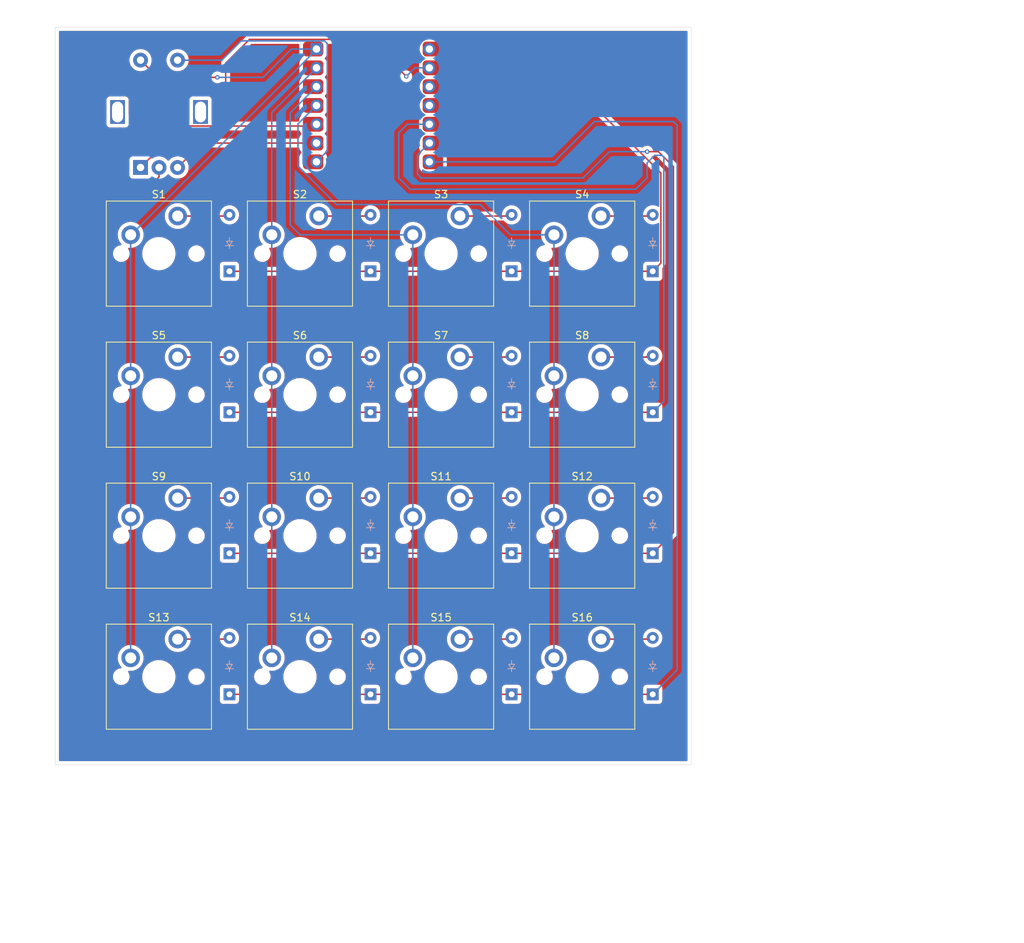
<source format=kicad_pcb>
(kicad_pcb (version 20240108) (generator "pcbnew") (generator_version "8.0")
  (layers (0 "F.Cu" signal) (31 "B.Cu" signal) (34 "B.Paste" user) (35 "F.Paste" user) (36 "B.SilkS" user "B.Silkscreen") (37 "F.SilkS" user "F.Silkscreen") (38 "B.Mask" user) (39 "F.Mask" user) (44 "Edge.Cuts" user))
  (net 0 "")
  (net 1 "Net-(D1-A)")
  (net 2 "Row 0")
  (net 3 "Net-(D2-A)")
  (net 4 "Net-(D3-A)")
  (net 5 "Net-(D4-A)")
  (net 6 "Net-(D5-A)")
  (net 7 "Net-(D6-A)")
  (net 8 "Net-(D7-A)")
  (net 9 "Net-(D8-A)")
  (net 10 "Net-(D9-A)")
  (net 11 "Net-(D10-A)")
  (net 12 "Net-(D11-A)")
  (net 13 "Net-(D12-A)")
  (net 14 "Net-(D13-A)")
  (net 15 "Net-(D14-A)")
  (net 16 "Net-(D15-A)")
  (net 17 "Net-(D16-A)")
  (net 18 "Collum 1")
  (net 19 "Collum 2")
  (net 20 "Collum 3")
  (net 21 "Collum 4")
  (net 22 "Row 1")
  (net 23 "Row 2")
  (net 24 "Row 3")
  (net 27 "GND")
  (net 28 "Net-(U1-PA9_A5_D5_SCL)")
  (net 29 "Net-(U1-PA8_A4_D4_SDA)")
  (net 30 "Net-(U1-PB08_A6_D6_TX)")
  (footprint "ScottoKeebs_MX:MX_PCB_1.00u" (layer "F.Cu") (at 142.875 52.3875)
    (property "Reference" "S3" (at 0 -8 0) (layer "F.SilkS"))
    (property "Value" "Keyswitch")
    (fp_line (start -7.1 -7.1) (end -7.1 7.1) (stroke (width 0.12)) (layer "F.SilkS"))
    (fp_line (start -7.1 7.1) (end 7.1 7.1) (stroke (width 0.12)) (layer "F.SilkS"))
    (fp_line (start 7.1 -7.1) (end -7.1 -7.1) (stroke (width 0.12)) (layer "F.SilkS"))
    (fp_line (start 7.1 7.1) (end 7.1 -7.1) (stroke (width 0.12)) (layer "F.SilkS"))
    (pad "" np_thru_hole circle (at -5.08 0) (size 1.75 1.75) (drill 1.75) (layers "*.Cu" "*.Mask"))
    (pad "" np_thru_hole circle (at 0 0) (size 4 4) (drill 4) (layers "*.Cu" "*.Mask"))
    (pad "" np_thru_hole circle (at 5.08 0) (size 1.75 1.75) (drill 1.75) (layers "*.Cu" "*.Mask"))
    (pad "1" thru_hole circle (at -3.81 -2.54) (size 2.5 2.5) (drill 1.5) (layers "*.Cu" "*.Mask") (net 20 "Collum 3"))
    (pad "2" thru_hole circle (at 2.54 -5.08) (size 2.5 2.5) (drill 1.5) (layers "*.Cu" "*.Mask") (net 4 "Net-(D3-A)"))
  )
  (footprint "ScottoKeebs_MX:MX_PCB_1.00u" (layer "F.Cu") (at 123.825 90.4875)
    (property "Reference" "S10" (at 0 -8 0) (layer "F.SilkS"))
    (property "Value" "Keyswitch")
    (fp_line (start -7.1 -7.1) (end -7.1 7.1) (stroke (width 0.12)) (layer "F.SilkS"))
    (fp_line (start -7.1 7.1) (end 7.1 7.1) (stroke (width 0.12)) (layer "F.SilkS"))
    (fp_line (start 7.1 -7.1) (end -7.1 -7.1) (stroke (width 0.12)) (layer "F.SilkS"))
    (fp_line (start 7.1 7.1) (end 7.1 -7.1) (stroke (width 0.12)) (layer "F.SilkS"))
    (pad "" np_thru_hole circle (at -5.08 0) (size 1.75 1.75) (drill 1.75) (layers "*.Cu" "*.Mask"))
    (pad "" np_thru_hole circle (at 0 0) (size 4 4) (drill 4) (layers "*.Cu" "*.Mask"))
    (pad "" np_thru_hole circle (at 5.08 0) (size 1.75 1.75) (drill 1.75) (layers "*.Cu" "*.Mask"))
    (pad "1" thru_hole circle (at -3.81 -2.54) (size 2.5 2.5) (drill 1.5) (layers "*.Cu" "*.Mask") (net 19 "Collum 2"))
    (pad "2" thru_hole circle (at 2.54 -5.08) (size 2.5 2.5) (drill 1.5) (layers "*.Cu" "*.Mask") (net 11 "Net-(D10-A)"))
  )
  (footprint "ScottoKeebs_MX:MX_PCB_1.00u" (layer "F.Cu") (at 104.775 90.4875)
    (property "Reference" "S9" (at 0 -8 0) (layer "F.SilkS"))
    (property "Value" "Keyswitch")
    (fp_line (start -7.1 -7.1) (end -7.1 7.1) (stroke (width 0.12)) (layer "F.SilkS"))
    (fp_line (start -7.1 7.1) (end 7.1 7.1) (stroke (width 0.12)) (layer "F.SilkS"))
    (fp_line (start 7.1 -7.1) (end -7.1 -7.1) (stroke (width 0.12)) (layer "F.SilkS"))
    (fp_line (start 7.1 7.1) (end 7.1 -7.1) (stroke (width 0.12)) (layer "F.SilkS"))
    (pad "" np_thru_hole circle (at -5.08 0) (size 1.75 1.75) (drill 1.75) (layers "*.Cu" "*.Mask"))
    (pad "" np_thru_hole circle (at 0 0) (size 4 4) (drill 4) (layers "*.Cu" "*.Mask"))
    (pad "" np_thru_hole circle (at 5.08 0) (size 1.75 1.75) (drill 1.75) (layers "*.Cu" "*.Mask"))
    (pad "1" thru_hole circle (at -3.81 -2.54) (size 2.5 2.5) (drill 1.5) (layers "*.Cu" "*.Mask") (net 18 "Collum 1"))
    (pad "2" thru_hole circle (at 2.54 -5.08) (size 2.5 2.5) (drill 1.5) (layers "*.Cu" "*.Mask") (net 10 "Net-(D9-A)"))
  )
  (footprint "ScottoKeebs_MCU:Seeed_XIAO_RP2040" (layer "F.Cu") (at 133.67 32.37)
    (property "Reference" "U1" (hide yes))
    (property "Value" "MCU_Seeed_XIAO_RP2040")
    (pad "1" smd roundrect (at -8.065 -7.62) (size 2.75 2) (layers "F.Cu" "F.Paste" "F.Mask") (net 18 "Collum 1"))
    (pad "1" thru_hole rect (at -7.62 -7.62 90) (size 1.6 1.6) (drill 1) (layers "*.Cu" "*.Mask") (net 18 "Collum 1"))
    (pad "2" smd roundrect (at -8.065 -5.08) (size 2.75 2) (layers "F.Cu" "F.Paste" "F.Mask") (net 19 "Collum 2"))
    (pad "2" thru_hole circle (at -7.62 -5.08 90) (size 1.6 1.6) (drill 1) (layers "*.Cu" "*.Mask") (net 19 "Collum 2"))
    (pad "3" smd roundrect (at -8.065 -2.54) (size 2.75 2) (layers "F.Cu" "F.Paste" "F.Mask") (net 20 "Collum 3"))
    (pad "3" thru_hole circle (at -7.62 -2.54 90) (size 1.6 1.6) (drill 1) (layers "*.Cu" "*.Mask") (net 20 "Collum 3"))
    (pad "4" smd roundrect (at -8.065 0) (size 2.75 2) (layers "F.Cu" "F.Paste" "F.Mask") (net 21 "Collum 4"))
    (pad "4" thru_hole circle (at -7.62 0 90) (size 1.6 1.6) (drill 1) (layers "*.Cu" "*.Mask") (net 21 "Collum 4"))
    (pad "5" smd roundrect (at -8.065 2.54) (size 2.75 2) (layers "F.Cu" "F.Paste" "F.Mask") (net 29 "Net-(U1-PA8_A4_D4_SDA)"))
    (pad "5" thru_hole circle (at -7.62 2.54 90) (size 1.6 1.6) (drill 1) (layers "*.Cu" "*.Mask") (net 29 "Net-(U1-PA8_A4_D4_SDA)"))
    (pad "6" smd roundrect (at -8.065 5.08) (size 2.75 2) (layers "F.Cu" "F.Paste" "F.Mask") (net 28 "Net-(U1-PA9_A5_D5_SCL)"))
    (pad "6" thru_hole circle (at -7.62 5.08 90) (size 1.6 1.6) (drill 1) (layers "*.Cu" "*.Mask") (net 28 "Net-(U1-PA9_A5_D5_SCL)"))
    (pad "7" smd roundrect (at -8.065 7.62) (size 2.75 2) (layers "F.Cu" "F.Paste" "F.Mask") (net 30 "Net-(U1-PB08_A6_D6_TX)"))
    (pad "7" thru_hole circle (at -7.62 7.62 90) (size 1.6 1.6) (drill 1) (layers "*.Cu" "*.Mask") (net 30 "Net-(U1-PB08_A6_D6_TX)"))
    (pad "8" thru_hole circle (at 7.62 7.62 90) (size 1.6 1.6) (drill 1) (layers "*.Cu" "*.Mask") (net 24 "Row 3"))
    (pad "8" smd roundrect (at 8.1 7.62) (size 2.75 2) (layers "F.Cu" "F.Paste" "F.Mask") (net 24 "Row 3"))
    (pad "9" thru_hole circle (at 7.62 5.08 90) (size 1.6 1.6) (drill 1) (layers "*.Cu" "*.Mask") (net 23 "Row 2"))
    (pad "9" smd roundrect (at 8.1 5.08) (size 2.75 2) (layers "F.Cu" "F.Paste" "F.Mask") (net 23 "Row 2"))
    (pad "10" thru_hole circle (at 7.62 2.54 90) (size 1.6 1.6) (drill 1) (layers "*.Cu" "*.Mask") (net 22 "Row 1"))
    (pad "10" smd roundrect (at 8.1 2.54) (size 2.75 2) (layers "F.Cu" "F.Paste" "F.Mask") (net 22 "Row 1"))
    (pad "11" thru_hole circle (at 7.62 0 90) (size 1.6 1.6) (drill 1) (layers "*.Cu" "*.Mask") (net 2 "Row 0"))
    (pad "11" smd roundrect (at 8.1 0) (size 2.75 2) (layers "F.Cu" "F.Paste" "F.Mask") (net 2 "Row 0"))
    (pad "12" thru_hole circle (at 7.62 -2.54 90) (size 1.6 1.6) (drill 1) (layers "*.Cu" "*.Mask"))
    (pad "12" smd roundrect (at 8.1 -2.54) (size 2.75 2) (layers "F.Cu" "F.Paste" "F.Mask"))
    (pad "13" thru_hole circle (at 7.62 -5.08 90) (size 1.6 1.6) (drill 1) (layers "*.Cu" "*.Mask") (net 27 "GND"))
    (pad "13" smd roundrect (at 8.1 -5.08) (size 2.75 2) (layers "F.Cu" "F.Paste" "F.Mask") (net 27 "GND"))
    (pad "14" thru_hole circle (at 7.62 -7.62 90) (size 1.6 1.6) (drill 1) (layers "*.Cu" "*.Mask"))
    (pad "14" smd roundrect (at 8.1 -7.62) (size 2.75 2) (layers "F.Cu" "F.Paste" "F.Mask"))
  )
  (footprint "ScottoKeebs_MX:MX_PCB_1.00u" (layer "F.Cu") (at 161.925 71.4375)
    (property "Reference" "S8" (at 0 -8 0) (layer "F.SilkS"))
    (property "Value" "Keyswitch")
    (fp_line (start -7.1 -7.1) (end -7.1 7.1) (stroke (width 0.12)) (layer "F.SilkS"))
    (fp_line (start -7.1 7.1) (end 7.1 7.1) (stroke (width 0.12)) (layer "F.SilkS"))
    (fp_line (start 7.1 -7.1) (end -7.1 -7.1) (stroke (width 0.12)) (layer "F.SilkS"))
    (fp_line (start 7.1 7.1) (end 7.1 -7.1) (stroke (width 0.12)) (layer "F.SilkS"))
    (pad "" np_thru_hole circle (at -5.08 0) (size 1.75 1.75) (drill 1.75) (layers "*.Cu" "*.Mask"))
    (pad "" np_thru_hole circle (at 0 0) (size 4 4) (drill 4) (layers "*.Cu" "*.Mask"))
    (pad "" np_thru_hole circle (at 5.08 0) (size 1.75 1.75) (drill 1.75) (layers "*.Cu" "*.Mask"))
    (pad "1" thru_hole circle (at -3.81 -2.54) (size 2.5 2.5) (drill 1.5) (layers "*.Cu" "*.Mask") (net 21 "Collum 4"))
    (pad "2" thru_hole circle (at 2.54 -5.08) (size 2.5 2.5) (drill 1.5) (layers "*.Cu" "*.Mask") (net 9 "Net-(D8-A)"))
  )
  (footprint "ScottoKeebs_MX:MX_PCB_1.00u" (layer "F.Cu") (at 142.875 90.4875)
    (property "Reference" "S11" (at 0 -8 0) (layer "F.SilkS"))
    (property "Value" "Keyswitch")
    (fp_line (start -7.1 -7.1) (end -7.1 7.1) (stroke (width 0.12)) (layer "F.SilkS"))
    (fp_line (start -7.1 7.1) (end 7.1 7.1) (stroke (width 0.12)) (layer "F.SilkS"))
    (fp_line (start 7.1 -7.1) (end -7.1 -7.1) (stroke (width 0.12)) (layer "F.SilkS"))
    (fp_line (start 7.1 7.1) (end 7.1 -7.1) (stroke (width 0.12)) (layer "F.SilkS"))
    (pad "" np_thru_hole circle (at -5.08 0) (size 1.75 1.75) (drill 1.75) (layers "*.Cu" "*.Mask"))
    (pad "" np_thru_hole circle (at 0 0) (size 4 4) (drill 4) (layers "*.Cu" "*.Mask"))
    (pad "" np_thru_hole circle (at 5.08 0) (size 1.75 1.75) (drill 1.75) (layers "*.Cu" "*.Mask"))
    (pad "1" thru_hole circle (at -3.81 -2.54) (size 2.5 2.5) (drill 1.5) (layers "*.Cu" "*.Mask") (net 20 "Collum 3"))
    (pad "2" thru_hole circle (at 2.54 -5.08) (size 2.5 2.5) (drill 1.5) (layers "*.Cu" "*.Mask") (net 12 "Net-(D11-A)"))
  )
  (footprint "ScottoKeebs_MX:MX_PCB_1.00u" (layer "F.Cu") (at 123.825 71.4375)
    (property "Reference" "S6" (at 0 -8 0) (layer "F.SilkS"))
    (property "Value" "Keyswitch")
    (fp_line (start -7.1 -7.1) (end -7.1 7.1) (stroke (width 0.12)) (layer "F.SilkS"))
    (fp_line (start -7.1 7.1) (end 7.1 7.1) (stroke (width 0.12)) (layer "F.SilkS"))
    (fp_line (start 7.1 -7.1) (end -7.1 -7.1) (stroke (width 0.12)) (layer "F.SilkS"))
    (fp_line (start 7.1 7.1) (end 7.1 -7.1) (stroke (width 0.12)) (layer "F.SilkS"))
    (pad "" np_thru_hole circle (at -5.08 0) (size 1.75 1.75) (drill 1.75) (layers "*.Cu" "*.Mask"))
    (pad "" np_thru_hole circle (at 0 0) (size 4 4) (drill 4) (layers "*.Cu" "*.Mask"))
    (pad "" np_thru_hole circle (at 5.08 0) (size 1.75 1.75) (drill 1.75) (layers "*.Cu" "*.Mask"))
    (pad "1" thru_hole circle (at -3.81 -2.54) (size 2.5 2.5) (drill 1.5) (layers "*.Cu" "*.Mask") (net 19 "Collum 2"))
    (pad "2" thru_hole circle (at 2.54 -5.08) (size 2.5 2.5) (drill 1.5) (layers "*.Cu" "*.Mask") (net 7 "Net-(D6-A)"))
  )
  (footprint "ScottoKeebs_MX:MX_PCB_1.00u" (layer "F.Cu") (at 142.875 71.4375)
    (property "Reference" "S7" (at 0 -8 0) (layer "F.SilkS"))
    (property "Value" "Keyswitch")
    (fp_line (start -7.1 -7.1) (end -7.1 7.1) (stroke (width 0.12)) (layer "F.SilkS"))
    (fp_line (start -7.1 7.1) (end 7.1 7.1) (stroke (width 0.12)) (layer "F.SilkS"))
    (fp_line (start 7.1 -7.1) (end -7.1 -7.1) (stroke (width 0.12)) (layer "F.SilkS"))
    (fp_line (start 7.1 7.1) (end 7.1 -7.1) (stroke (width 0.12)) (layer "F.SilkS"))
    (pad "" np_thru_hole circle (at -5.08 0) (size 1.75 1.75) (drill 1.75) (layers "*.Cu" "*.Mask"))
    (pad "" np_thru_hole circle (at 0 0) (size 4 4) (drill 4) (layers "*.Cu" "*.Mask"))
    (pad "" np_thru_hole circle (at 5.08 0) (size 1.75 1.75) (drill 1.75) (layers "*.Cu" "*.Mask"))
    (pad "1" thru_hole circle (at -3.81 -2.54) (size 2.5 2.5) (drill 1.5) (layers "*.Cu" "*.Mask") (net 20 "Collum 3"))
    (pad "2" thru_hole circle (at 2.54 -5.08) (size 2.5 2.5) (drill 1.5) (layers "*.Cu" "*.Mask") (net 8 "Net-(D7-A)"))
  )
  (footprint "ScottoKeebs_MX:MX_PCB_1.00u" (layer "F.Cu") (at 142.875 109.5375)
    (property "Reference" "S15" (at 0 -8 0) (layer "F.SilkS"))
    (property "Value" "Keyswitch")
    (fp_line (start -7.1 -7.1) (end -7.1 7.1) (stroke (width 0.12)) (layer "F.SilkS"))
    (fp_line (start -7.1 7.1) (end 7.1 7.1) (stroke (width 0.12)) (layer "F.SilkS"))
    (fp_line (start 7.1 -7.1) (end -7.1 -7.1) (stroke (width 0.12)) (layer "F.SilkS"))
    (fp_line (start 7.1 7.1) (end 7.1 -7.1) (stroke (width 0.12)) (layer "F.SilkS"))
    (pad "" np_thru_hole circle (at -5.08 0) (size 1.75 1.75) (drill 1.75) (layers "*.Cu" "*.Mask"))
    (pad "" np_thru_hole circle (at 0 0) (size 4 4) (drill 4) (layers "*.Cu" "*.Mask"))
    (pad "" np_thru_hole circle (at 5.08 0) (size 1.75 1.75) (drill 1.75) (layers "*.Cu" "*.Mask"))
    (pad "1" thru_hole circle (at -3.81 -2.54) (size 2.5 2.5) (drill 1.5) (layers "*.Cu" "*.Mask") (net 20 "Collum 3"))
    (pad "2" thru_hole circle (at 2.54 -5.08) (size 2.5 2.5) (drill 1.5) (layers "*.Cu" "*.Mask") (net 16 "Net-(D15-A)"))
  )
  (footprint "ScottoKeebs_MX:MX_PCB_1.00u" (layer "F.Cu") (at 104.775 109.5375)
    (property "Reference" "S13" (at 0 -8 0) (layer "F.SilkS"))
    (property "Value" "Keyswitch")
    (fp_line (start -7.1 -7.1) (end -7.1 7.1) (stroke (width 0.12)) (layer "F.SilkS"))
    (fp_line (start -7.1 7.1) (end 7.1 7.1) (stroke (width 0.12)) (layer "F.SilkS"))
    (fp_line (start 7.1 -7.1) (end -7.1 -7.1) (stroke (width 0.12)) (layer "F.SilkS"))
    (fp_line (start 7.1 7.1) (end 7.1 -7.1) (stroke (width 0.12)) (layer "F.SilkS"))
    (pad "" np_thru_hole circle (at -5.08 0) (size 1.75 1.75) (drill 1.75) (layers "*.Cu" "*.Mask"))
    (pad "" np_thru_hole circle (at 0 0) (size 4 4) (drill 4) (layers "*.Cu" "*.Mask"))
    (pad "" np_thru_hole circle (at 5.08 0) (size 1.75 1.75) (drill 1.75) (layers "*.Cu" "*.Mask"))
    (pad "1" thru_hole circle (at -3.81 -2.54) (size 2.5 2.5) (drill 1.5) (layers "*.Cu" "*.Mask") (net 18 "Collum 1"))
    (pad "2" thru_hole circle (at 2.54 -5.08) (size 2.5 2.5) (drill 1.5) (layers "*.Cu" "*.Mask") (net 14 "Net-(D13-A)"))
  )
  (footprint "ScottoKeebs_MX:MX_PCB_1.00u" (layer "F.Cu") (at 104.775 71.4375)
    (property "Reference" "S5" (at 0 -8 0) (layer "F.SilkS"))
    (property "Value" "Keyswitch")
    (fp_line (start -7.1 -7.1) (end -7.1 7.1) (stroke (width 0.12)) (layer "F.SilkS"))
    (fp_line (start -7.1 7.1) (end 7.1 7.1) (stroke (width 0.12)) (layer "F.SilkS"))
    (fp_line (start 7.1 -7.1) (end -7.1 -7.1) (stroke (width 0.12)) (layer "F.SilkS"))
    (fp_line (start 7.1 7.1) (end 7.1 -7.1) (stroke (width 0.12)) (layer "F.SilkS"))
    (pad "" np_thru_hole circle (at -5.08 0) (size 1.75 1.75) (drill 1.75) (layers "*.Cu" "*.Mask"))
    (pad "" np_thru_hole circle (at 0 0) (size 4 4) (drill 4) (layers "*.Cu" "*.Mask"))
    (pad "" np_thru_hole circle (at 5.08 0) (size 1.75 1.75) (drill 1.75) (layers "*.Cu" "*.Mask"))
    (pad "1" thru_hole circle (at -3.81 -2.54) (size 2.5 2.5) (drill 1.5) (layers "*.Cu" "*.Mask") (net 18 "Collum 1"))
    (pad "2" thru_hole circle (at 2.54 -5.08) (size 2.5 2.5) (drill 1.5) (layers "*.Cu" "*.Mask") (net 6 "Net-(D5-A)"))
  )
  (footprint "ScottoKeebs_MX:MX_PCB_1.00u" (layer "F.Cu") (at 161.925 90.4875)
    (property "Reference" "S12" (at 0 -8 0) (layer "F.SilkS"))
    (property "Value" "Keyswitch")
    (fp_line (start -7.1 -7.1) (end -7.1 7.1) (stroke (width 0.12)) (layer "F.SilkS"))
    (fp_line (start -7.1 7.1) (end 7.1 7.1) (stroke (width 0.12)) (layer "F.SilkS"))
    (fp_line (start 7.1 -7.1) (end -7.1 -7.1) (stroke (width 0.12)) (layer "F.SilkS"))
    (fp_line (start 7.1 7.1) (end 7.1 -7.1) (stroke (width 0.12)) (layer "F.SilkS"))
    (pad "" np_thru_hole circle (at -5.08 0) (size 1.75 1.75) (drill 1.75) (layers "*.Cu" "*.Mask"))
    (pad "" np_thru_hole circle (at 0 0) (size 4 4) (drill 4) (layers "*.Cu" "*.Mask"))
    (pad "" np_thru_hole circle (at 5.08 0) (size 1.75 1.75) (drill 1.75) (layers "*.Cu" "*.Mask"))
    (pad "1" thru_hole circle (at -3.81 -2.54) (size 2.5 2.5) (drill 1.5) (layers "*.Cu" "*.Mask") (net 21 "Collum 4"))
    (pad "2" thru_hole circle (at 2.54 -5.08) (size 2.5 2.5) (drill 1.5) (layers "*.Cu" "*.Mask") (net 13 "Net-(D12-A)"))
  )
  (footprint "ScottoKeebs_Scotto:Encoder_EC11_MX" (layer "F.Cu") (at 104.8 33.25 90)
    (property "Reference" "SW2" (hide yes))
    (property "Value" "RotaryEncoder_Switch" (hide yes))
    (pad "A" thru_hole rect (at -7.5 -2.5 90) (size 2 2) (drill 1) (layers "*.Cu" "*.Mask") (net 29 "Net-(U1-PA8_A4_D4_SDA)"))
    (pad "B" thru_hole circle (at -7.5 2.5 90) (size 2 2) (drill 1) (layers "*.Cu" "*.Mask") (net 28 "Net-(U1-PA9_A5_D5_SCL)"))
    (pad "C" thru_hole circle (at -7.5 0 90) (size 2 2) (drill 1) (layers "*.Cu" "*.Mask") (net 27 "GND"))
    (pad "MP" thru_hole rect (at 0 -5.6 90) (size 3.2 2) (drill oval 2.8 1.5) (layers "*.Cu" "*.Mask"))
    (pad "MP" thru_hole rect (at 0 5.6 90) (size 3.2 2) (drill oval 2.8 1.5) (layers "*.Cu" "*.Mask"))
    (pad "S1" thru_hole circle (at 7 2.5 90) (size 2 2) (drill 1) (layers "*.Cu" "*.Mask") (net 30 "Net-(U1-PB08_A6_D6_TX)"))
    (pad "S2" thru_hole circle (at 7 -2.5 90) (size 2 2) (drill 1) (layers "*.Cu" "*.Mask") (net 18 "Collum 1"))
  )
  (footprint "ScottoKeebs_MX:MX_PCB_1.00u" (layer "F.Cu") (at 104.775 52.3875)
    (property "Reference" "S1" (at 0 -8 0) (layer "F.SilkS"))
    (property "Value" "Keyswitch")
    (fp_line (start -7.1 -7.1) (end -7.1 7.1) (stroke (width 0.12)) (layer "F.SilkS"))
    (fp_line (start -7.1 7.1) (end 7.1 7.1) (stroke (width 0.12)) (layer "F.SilkS"))
    (fp_line (start 7.1 -7.1) (end -7.1 -7.1) (stroke (width 0.12)) (layer "F.SilkS"))
    (fp_line (start 7.1 7.1) (end 7.1 -7.1) (stroke (width 0.12)) (layer "F.SilkS"))
    (pad "" np_thru_hole circle (at -5.08 0) (size 1.75 1.75) (drill 1.75) (layers "*.Cu" "*.Mask"))
    (pad "" np_thru_hole circle (at 0 0) (size 4 4) (drill 4) (layers "*.Cu" "*.Mask"))
    (pad "" np_thru_hole circle (at 5.08 0) (size 1.75 1.75) (drill 1.75) (layers "*.Cu" "*.Mask"))
    (pad "1" thru_hole circle (at -3.81 -2.54) (size 2.5 2.5) (drill 1.5) (layers "*.Cu" "*.Mask") (net 18 "Collum 1"))
    (pad "2" thru_hole circle (at 2.54 -5.08) (size 2.5 2.5) (drill 1.5) (layers "*.Cu" "*.Mask") (net 1 "Net-(D1-A)"))
  )
  (footprint "ScottoKeebs_MX:MX_PCB_1.00u" (layer "F.Cu") (at 123.825 52.3875)
    (property "Reference" "S2" (at 0 -8 0) (layer "F.SilkS"))
    (property "Value" "Keyswitch")
    (fp_line (start -7.1 -7.1) (end -7.1 7.1) (stroke (width 0.12)) (layer "F.SilkS"))
    (fp_line (start -7.1 7.1) (end 7.1 7.1) (stroke (width 0.12)) (layer "F.SilkS"))
    (fp_line (start 7.1 -7.1) (end -7.1 -7.1) (stroke (width 0.12)) (layer "F.SilkS"))
    (fp_line (start 7.1 7.1) (end 7.1 -7.1) (stroke (width 0.12)) (layer "F.SilkS"))
    (pad "" np_thru_hole circle (at -5.08 0) (size 1.75 1.75) (drill 1.75) (layers "*.Cu" "*.Mask"))
    (pad "" np_thru_hole circle (at 0 0) (size 4 4) (drill 4) (layers "*.Cu" "*.Mask"))
    (pad "" np_thru_hole circle (at 5.08 0) (size 1.75 1.75) (drill 1.75) (layers "*.Cu" "*.Mask"))
    (pad "1" thru_hole circle (at -3.81 -2.54) (size 2.5 2.5) (drill 1.5) (layers "*.Cu" "*.Mask") (net 19 "Collum 2"))
    (pad "2" thru_hole circle (at 2.54 -5.08) (size 2.5 2.5) (drill 1.5) (layers "*.Cu" "*.Mask") (net 3 "Net-(D2-A)"))
  )
  (footprint "ScottoKeebs_MX:MX_PCB_1.00u" (layer "F.Cu") (at 161.925 109.5375)
    (property "Reference" "S16" (at 0 -8 0) (layer "F.SilkS"))
    (property "Value" "Keyswitch")
    (fp_line (start -7.1 -7.1) (end -7.1 7.1) (stroke (width 0.12)) (layer "F.SilkS"))
    (fp_line (start -7.1 7.1) (end 7.1 7.1) (stroke (width 0.12)) (layer "F.SilkS"))
    (fp_line (start 7.1 -7.1) (end -7.1 -7.1) (stroke (width 0.12)) (layer "F.SilkS"))
    (fp_line (start 7.1 7.1) (end 7.1 -7.1) (stroke (width 0.12)) (layer "F.SilkS"))
    (pad "" np_thru_hole circle (at -5.08 0) (size 1.75 1.75) (drill 1.75) (layers "*.Cu" "*.Mask"))
    (pad "" np_thru_hole circle (at 0 0) (size 4 4) (drill 4) (layers "*.Cu" "*.Mask"))
    (pad "" np_thru_hole circle (at 5.08 0) (size 1.75 1.75) (drill 1.75) (layers "*.Cu" "*.Mask"))
    (pad "1" thru_hole circle (at -3.81 -2.54) (size 2.5 2.5) (drill 1.5) (layers "*.Cu" "*.Mask") (net 21 "Collum 4"))
    (pad "2" thru_hole circle (at 2.54 -5.08) (size 2.5 2.5) (drill 1.5) (layers "*.Cu" "*.Mask") (net 17 "Net-(D16-A)"))
  )
  (footprint "ScottoKeebs_MX:MX_PCB_1.00u" (layer "F.Cu") (at 123.825 109.5375)
    (property "Reference" "S14" (at 0 -8 0) (layer "F.SilkS"))
    (property "Value" "Keyswitch")
    (fp_line (start -7.1 -7.1) (end -7.1 7.1) (stroke (width 0.12)) (layer "F.SilkS"))
    (fp_line (start -7.1 7.1) (end 7.1 7.1) (stroke (width 0.12)) (layer "F.SilkS"))
    (fp_line (start 7.1 -7.1) (end -7.1 -7.1) (stroke (width 0.12)) (layer "F.SilkS"))
    (fp_line (start 7.1 7.1) (end 7.1 -7.1) (stroke (width 0.12)) (layer "F.SilkS"))
    (pad "" np_thru_hole circle (at -5.08 0) (size 1.75 1.75) (drill 1.75) (layers "*.Cu" "*.Mask"))
    (pad "" np_thru_hole circle (at 0 0) (size 4 4) (drill 4) (layers "*.Cu" "*.Mask"))
    (pad "" np_thru_hole circle (at 5.08 0) (size 1.75 1.75) (drill 1.75) (layers "*.Cu" "*.Mask"))
    (pad "1" thru_hole circle (at -3.81 -2.54) (size 2.5 2.5) (drill 1.5) (layers "*.Cu" "*.Mask") (net 19 "Collum 2"))
    (pad "2" thru_hole circle (at 2.54 -5.08) (size 2.5 2.5) (drill 1.5) (layers "*.Cu" "*.Mask") (net 15 "Net-(D14-A)"))
  )
  (footprint "ScottoKeebs_MX:MX_PCB_1.00u" (layer "F.Cu") (at 161.925 52.3875)
    (property "Reference" "S4" (at 0 -8 0) (layer "F.SilkS"))
    (property "Value" "Keyswitch")
    (fp_line (start -7.1 -7.1) (end -7.1 7.1) (stroke (width 0.12)) (layer "F.SilkS"))
    (fp_line (start -7.1 7.1) (end 7.1 7.1) (stroke (width 0.12)) (layer "F.SilkS"))
    (fp_line (start 7.1 -7.1) (end -7.1 -7.1) (stroke (width 0.12)) (layer "F.SilkS"))
    (fp_line (start 7.1 7.1) (end 7.1 -7.1) (stroke (width 0.12)) (layer "F.SilkS"))
    (pad "" np_thru_hole circle (at -5.08 0) (size 1.75 1.75) (drill 1.75) (layers "*.Cu" "*.Mask"))
    (pad "" np_thru_hole circle (at 0 0) (size 4 4) (drill 4) (layers "*.Cu" "*.Mask"))
    (pad "" np_thru_hole circle (at 5.08 0) (size 1.75 1.75) (drill 1.75) (layers "*.Cu" "*.Mask"))
    (pad "1" thru_hole circle (at -3.81 -2.54) (size 2.5 2.5) (drill 1.5) (layers "*.Cu" "*.Mask") (net 21 "Collum 4"))
    (pad "2" thru_hole circle (at 2.54 -5.08) (size 2.5 2.5) (drill 1.5) (layers "*.Cu" "*.Mask") (net 5 "Net-(D4-A)"))
  )
  (footprint "ScottoKeebs_Components:Diode_DO-35" (layer "B.Cu") (at 133.35 92.86875 90)
    (property "Reference" "D10" (hide yes))
    (property "Value" "Diode" (hide yes))
    (fp_line (start 3.46 -0.55) (end 3.46 0.55) (stroke (width 0.1)) (layer "B.SilkS"))
    (fp_line (start 4.06 -0.4) (end 4.06 0.4) (stroke (width 0.1)) (layer "B.SilkS"))
    (fp_line (start 4.56 0) (end 4.06 0) (stroke (width 0.1)) (layer "B.SilkS"))
    (fp_line (start 3.46 0) (end 4.06 -0.4) (stroke (width 0.1)) (layer "B.SilkS"))
    (fp_line (start 3.46 0) (end 3.06 0) (stroke (width 0.1)) (layer "B.SilkS"))
    (fp_line (start 4.06 0.4) (end 3.46 0) (stroke (width 0.1)) (layer "B.SilkS"))
    (pad "1" thru_hole rect (at 0 0 90) (size 1.6 1.6) (drill 0.8) (layers "*.Cu" "*.Mask") (net 23 "Row 2"))
    (pad "2" thru_hole oval (at 7.62 0 90) (size 1.6 1.6) (drill 0.8) (layers "*.Cu" "*.Mask") (net 11 "Net-(D10-A)"))
  )
  (footprint "ScottoKeebs_Components:Diode_DO-35" (layer "B.Cu") (at 133.35 73.81875 90)
    (property "Reference" "D6" (hide yes))
    (property "Value" "Diode" (hide yes))
    (fp_line (start 3.46 -0.55) (end 3.46 0.55) (stroke (width 0.1)) (layer "B.SilkS"))
    (fp_line (start 4.06 -0.4) (end 4.06 0.4) (stroke (width 0.1)) (layer "B.SilkS"))
    (fp_line (start 4.56 0) (end 4.06 0) (stroke (width 0.1)) (layer "B.SilkS"))
    (fp_line (start 3.46 0) (end 4.06 -0.4) (stroke (width 0.1)) (layer "B.SilkS"))
    (fp_line (start 3.46 0) (end 3.06 0) (stroke (width 0.1)) (layer "B.SilkS"))
    (fp_line (start 4.06 0.4) (end 3.46 0) (stroke (width 0.1)) (layer "B.SilkS"))
    (pad "1" thru_hole rect (at 0 0 90) (size 1.6 1.6) (drill 0.8) (layers "*.Cu" "*.Mask") (net 22 "Row 1"))
    (pad "2" thru_hole oval (at 7.62 0 90) (size 1.6 1.6) (drill 0.8) (layers "*.Cu" "*.Mask") (net 7 "Net-(D6-A)"))
  )
  (footprint "ScottoKeebs_Components:Diode_DO-35" (layer "B.Cu") (at 114.3 54.76875 90)
    (property "Reference" "D1" (hide yes))
    (property "Value" "Diode" (hide yes))
    (fp_line (start 3.46 -0.55) (end 3.46 0.55) (stroke (width 0.1)) (layer "B.SilkS"))
    (fp_line (start 4.06 -0.4) (end 4.06 0.4) (stroke (width 0.1)) (layer "B.SilkS"))
    (fp_line (start 4.56 0) (end 4.06 0) (stroke (width 0.1)) (layer "B.SilkS"))
    (fp_line (start 3.46 0) (end 4.06 -0.4) (stroke (width 0.1)) (layer "B.SilkS"))
    (fp_line (start 3.46 0) (end 3.06 0) (stroke (width 0.1)) (layer "B.SilkS"))
    (fp_line (start 4.06 0.4) (end 3.46 0) (stroke (width 0.1)) (layer "B.SilkS"))
    (pad "1" thru_hole rect (at 0 0 90) (size 1.6 1.6) (drill 0.8) (layers "*.Cu" "*.Mask") (net 2 "Row 0"))
    (pad "2" thru_hole oval (at 7.62 0 90) (size 1.6 1.6) (drill 0.8) (layers "*.Cu" "*.Mask") (net 1 "Net-(D1-A)"))
  )
  (footprint "ScottoKeebs_Components:Diode_DO-35" (layer "B.Cu") (at 152.4 54.76875 90)
    (property "Reference" "D3" (hide yes))
    (property "Value" "Diode" (hide yes))
    (fp_line (start 3.46 -0.55) (end 3.46 0.55) (stroke (width 0.1)) (layer "B.SilkS"))
    (fp_line (start 4.06 -0.4) (end 4.06 0.4) (stroke (width 0.1)) (layer "B.SilkS"))
    (fp_line (start 4.56 0) (end 4.06 0) (stroke (width 0.1)) (layer "B.SilkS"))
    (fp_line (start 3.46 0) (end 4.06 -0.4) (stroke (width 0.1)) (layer "B.SilkS"))
    (fp_line (start 3.46 0) (end 3.06 0) (stroke (width 0.1)) (layer "B.SilkS"))
    (fp_line (start 4.06 0.4) (end 3.46 0) (stroke (width 0.1)) (layer "B.SilkS"))
    (pad "1" thru_hole rect (at 0 0 90) (size 1.6 1.6) (drill 0.8) (layers "*.Cu" "*.Mask") (net 2 "Row 0"))
    (pad "2" thru_hole oval (at 7.62 0 90) (size 1.6 1.6) (drill 0.8) (layers "*.Cu" "*.Mask") (net 4 "Net-(D3-A)"))
  )
  (footprint "ScottoKeebs_Components:Diode_DO-35" (layer "B.Cu") (at 114.3 73.81875 90)
    (property "Reference" "D5" (hide yes))
    (property "Value" "Diode" (hide yes))
    (fp_line (start 3.46 -0.55) (end 3.46 0.55) (stroke (width 0.1)) (layer "B.SilkS"))
    (fp_line (start 4.06 -0.4) (end 4.06 0.4) (stroke (width 0.1)) (layer "B.SilkS"))
    (fp_line (start 4.56 0) (end 4.06 0) (stroke (width 0.1)) (layer "B.SilkS"))
    (fp_line (start 3.46 0) (end 4.06 -0.4) (stroke (width 0.1)) (layer "B.SilkS"))
    (fp_line (start 3.46 0) (end 3.06 0) (stroke (width 0.1)) (layer "B.SilkS"))
    (fp_line (start 4.06 0.4) (end 3.46 0) (stroke (width 0.1)) (layer "B.SilkS"))
    (pad "1" thru_hole rect (at 0 0 90) (size 1.6 1.6) (drill 0.8) (layers "*.Cu" "*.Mask") (net 22 "Row 1"))
    (pad "2" thru_hole oval (at 7.62 0 90) (size 1.6 1.6) (drill 0.8) (layers "*.Cu" "*.Mask") (net 6 "Net-(D5-A)"))
  )
  (footprint "ScottoKeebs_Components:Diode_DO-35" (layer "B.Cu") (at 133.35 111.91875 90)
    (property "Reference" "D14" (hide yes))
    (property "Value" "Diode" (hide yes))
    (fp_line (start 3.46 -0.55) (end 3.46 0.55) (stroke (width 0.1)) (layer "B.SilkS"))
    (fp_line (start 4.06 -0.4) (end 4.06 0.4) (stroke (width 0.1)) (layer "B.SilkS"))
    (fp_line (start 4.56 0) (end 4.06 0) (stroke (width 0.1)) (layer "B.SilkS"))
    (fp_line (start 3.46 0) (end 4.06 -0.4) (stroke (width 0.1)) (layer "B.SilkS"))
    (fp_line (start 3.46 0) (end 3.06 0) (stroke (width 0.1)) (layer "B.SilkS"))
    (fp_line (start 4.06 0.4) (end 3.46 0) (stroke (width 0.1)) (layer "B.SilkS"))
    (pad "1" thru_hole rect (at 0 0 90) (size 1.6 1.6) (drill 0.8) (layers "*.Cu" "*.Mask") (net 24 "Row 3"))
    (pad "2" thru_hole oval (at 7.62 0 90) (size 1.6 1.6) (drill 0.8) (layers "*.Cu" "*.Mask") (net 15 "Net-(D14-A)"))
  )
  (footprint "ScottoKeebs_Components:Diode_DO-35" (layer "B.Cu") (at 133.35 54.76875 90)
    (property "Reference" "D2" (hide yes))
    (property "Value" "Diode" (hide yes))
    (fp_line (start 3.46 -0.55) (end 3.46 0.55) (stroke (width 0.1)) (layer "B.SilkS"))
    (fp_line (start 4.06 -0.4) (end 4.06 0.4) (stroke (width 0.1)) (layer "B.SilkS"))
    (fp_line (start 4.56 0) (end 4.06 0) (stroke (width 0.1)) (layer "B.SilkS"))
    (fp_line (start 3.46 0) (end 4.06 -0.4) (stroke (width 0.1)) (layer "B.SilkS"))
    (fp_line (start 3.46 0) (end 3.06 0) (stroke (width 0.1)) (layer "B.SilkS"))
    (fp_line (start 4.06 0.4) (end 3.46 0) (stroke (width 0.1)) (layer "B.SilkS"))
    (pad "1" thru_hole rect (at 0 0 90) (size 1.6 1.6) (drill 0.8) (layers "*.Cu" "*.Mask") (net 2 "Row 0"))
    (pad "2" thru_hole oval (at 7.62 0 90) (size 1.6 1.6) (drill 0.8) (layers "*.Cu" "*.Mask") (net 3 "Net-(D2-A)"))
  )
  (footprint "ScottoKeebs_Components:Diode_DO-35" (layer "B.Cu") (at 114.3 92.86875 90)
    (property "Reference" "D9" (hide yes))
    (property "Value" "Diode" (hide yes))
    (fp_line (start 3.46 -0.55) (end 3.46 0.55) (stroke (width 0.1)) (layer "B.SilkS"))
    (fp_line (start 4.06 -0.4) (end 4.06 0.4) (stroke (width 0.1)) (layer "B.SilkS"))
    (fp_line (start 4.56 0) (end 4.06 0) (stroke (width 0.1)) (layer "B.SilkS"))
    (fp_line (start 3.46 0) (end 4.06 -0.4) (stroke (width 0.1)) (layer "B.SilkS"))
    (fp_line (start 3.46 0) (end 3.06 0) (stroke (width 0.1)) (layer "B.SilkS"))
    (fp_line (start 4.06 0.4) (end 3.46 0) (stroke (width 0.1)) (layer "B.SilkS"))
    (pad "1" thru_hole rect (at 0 0 90) (size 1.6 1.6) (drill 0.8) (layers "*.Cu" "*.Mask") (net 23 "Row 2"))
    (pad "2" thru_hole oval (at 7.62 0 90) (size 1.6 1.6) (drill 0.8) (layers "*.Cu" "*.Mask") (net 10 "Net-(D9-A)"))
  )
  (footprint "ScottoKeebs_Components:Diode_DO-35" (layer "B.Cu") (at 152.4 111.91875 90)
    (property "Reference" "D15" (hide yes))
    (property "Value" "Diode" (hide yes))
    (fp_line (start 3.46 -0.55) (end 3.46 0.55) (stroke (width 0.1)) (layer "B.SilkS"))
    (fp_line (start 4.06 -0.4) (end 4.06 0.4) (stroke (width 0.1)) (layer "B.SilkS"))
    (fp_line (start 4.56 0) (end 4.06 0) (stroke (width 0.1)) (layer "B.SilkS"))
    (fp_line (start 3.46 0) (end 4.06 -0.4) (stroke (width 0.1)) (layer "B.SilkS"))
    (fp_line (start 3.46 0) (end 3.06 0) (stroke (width 0.1)) (layer "B.SilkS"))
    (fp_line (start 4.06 0.4) (end 3.46 0) (stroke (width 0.1)) (layer "B.SilkS"))
    (pad "1" thru_hole rect (at 0 0 90) (size 1.6 1.6) (drill 0.8) (layers "*.Cu" "*.Mask") (net 24 "Row 3"))
    (pad "2" thru_hole oval (at 7.62 0 90) (size 1.6 1.6) (drill 0.8) (layers "*.Cu" "*.Mask") (net 16 "Net-(D15-A)"))
  )
  (footprint "ScottoKeebs_Components:Diode_DO-35" (layer "B.Cu") (at 114.3 111.91875 90)
    (property "Reference" "D13" (hide yes))
    (property "Value" "Diode" (hide yes))
    (fp_line (start 3.46 -0.55) (end 3.46 0.55) (stroke (width 0.1)) (layer "B.SilkS"))
    (fp_line (start 4.06 -0.4) (end 4.06 0.4) (stroke (width 0.1)) (layer "B.SilkS"))
    (fp_line (start 4.56 0) (end 4.06 0) (stroke (width 0.1)) (layer "B.SilkS"))
    (fp_line (start 3.46 0) (end 4.06 -0.4) (stroke (width 0.1)) (layer "B.SilkS"))
    (fp_line (start 3.46 0) (end 3.06 0) (stroke (width 0.1)) (layer "B.SilkS"))
    (fp_line (start 4.06 0.4) (end 3.46 0) (stroke (width 0.1)) (layer "B.SilkS"))
    (pad "1" thru_hole rect (at 0 0 90) (size 1.6 1.6) (drill 0.8) (layers "*.Cu" "*.Mask") (net 24 "Row 3"))
    (pad "2" thru_hole oval (at 7.62 0 90) (size 1.6 1.6) (drill 0.8) (layers "*.Cu" "*.Mask") (net 14 "Net-(D13-A)"))
  )
  (footprint "ScottoKeebs_Components:Diode_DO-35" (layer "B.Cu") (at 152.4 73.81875 90)
    (property "Reference" "D7" (hide yes))
    (property "Value" "Diode" (hide yes))
    (fp_line (start 3.46 -0.55) (end 3.46 0.55) (stroke (width 0.1)) (layer "B.SilkS"))
    (fp_line (start 4.06 -0.4) (end 4.06 0.4) (stroke (width 0.1)) (layer "B.SilkS"))
    (fp_line (start 4.56 0) (end 4.06 0) (stroke (width 0.1)) (layer "B.SilkS"))
    (fp_line (start 3.46 0) (end 4.06 -0.4) (stroke (width 0.1)) (layer "B.SilkS"))
    (fp_line (start 3.46 0) (end 3.06 0) (stroke (width 0.1)) (layer "B.SilkS"))
    (fp_line (start 4.06 0.4) (end 3.46 0) (stroke (width 0.1)) (layer "B.SilkS"))
    (pad "1" thru_hole rect (at 0 0 90) (size 1.6 1.6) (drill 0.8) (layers "*.Cu" "*.Mask") (net 22 "Row 1"))
    (pad "2" thru_hole oval (at 7.62 0 90) (size 1.6 1.6) (drill 0.8) (layers "*.Cu" "*.Mask") (net 8 "Net-(D7-A)"))
  )
  (footprint "ScottoKeebs_Components:Diode_DO-35" (layer "B.Cu") (at 171.45 73.81875 90)
    (property "Reference" "D8" (hide yes))
    (property "Value" "Diode" (hide yes))
    (fp_line (start 3.46 -0.55) (end 3.46 0.55) (stroke (width 0.1)) (layer "B.SilkS"))
    (fp_line (start 4.06 -0.4) (end 4.06 0.4) (stroke (width 0.1)) (layer "B.SilkS"))
    (fp_line (start 4.56 0) (end 4.06 0) (stroke (width 0.1)) (layer "B.SilkS"))
    (fp_line (start 3.46 0) (end 4.06 -0.4) (stroke (width 0.1)) (layer "B.SilkS"))
    (fp_line (start 3.46 0) (end 3.06 0) (stroke (width 0.1)) (layer "B.SilkS"))
    (fp_line (start 4.06 0.4) (end 3.46 0) (stroke (width 0.1)) (layer "B.SilkS"))
    (pad "1" thru_hole rect (at 0 0 90) (size 1.6 1.6) (drill 0.8) (layers "*.Cu" "*.Mask") (net 22 "Row 1"))
    (pad "2" thru_hole oval (at 7.62 0 90) (size 1.6 1.6) (drill 0.8) (layers "*.Cu" "*.Mask") (net 9 "Net-(D8-A)"))
  )
  (footprint "ScottoKeebs_Components:Diode_DO-35" (layer "B.Cu") (at 171.45 54.76875 90)
    (property "Reference" "D4" (hide yes))
    (property "Value" "Diode" (hide yes))
    (fp_line (start 3.46 -0.55) (end 3.46 0.55) (stroke (width 0.1)) (layer "B.SilkS"))
    (fp_line (start 4.06 -0.4) (end 4.06 0.4) (stroke (width 0.1)) (layer "B.SilkS"))
    (fp_line (start 4.56 0) (end 4.06 0) (stroke (width 0.1)) (layer "B.SilkS"))
    (fp_line (start 3.46 0) (end 4.06 -0.4) (stroke (width 0.1)) (layer "B.SilkS"))
    (fp_line (start 3.46 0) (end 3.06 0) (stroke (width 0.1)) (layer "B.SilkS"))
    (fp_line (start 4.06 0.4) (end 3.46 0) (stroke (width 0.1)) (layer "B.SilkS"))
    (pad "1" thru_hole rect (at 0 0 90) (size 1.6 1.6) (drill 0.8) (layers "*.Cu" "*.Mask") (net 2 "Row 0"))
    (pad "2" thru_hole oval (at 7.62 0 90) (size 1.6 1.6) (drill 0.8) (layers "*.Cu" "*.Mask") (net 5 "Net-(D4-A)"))
  )
  (footprint "ScottoKeebs_Components:Diode_DO-35" (layer "B.Cu") (at 171.45 92.86875 90)
    (property "Reference" "D12" (hide yes))
    (property "Value" "Diode" (hide yes))
    (fp_line (start 3.46 -0.55) (end 3.46 0.55) (stroke (width 0.1)) (layer "B.SilkS"))
    (fp_line (start 4.06 -0.4) (end 4.06 0.4) (stroke (width 0.1)) (layer "B.SilkS"))
    (fp_line (start 4.56 0) (end 4.06 0) (stroke (width 0.1)) (layer "B.SilkS"))
    (fp_line (start 3.46 0) (end 4.06 -0.4) (stroke (width 0.1)) (layer "B.SilkS"))
    (fp_line (start 3.46 0) (end 3.06 0) (stroke (width 0.1)) (layer "B.SilkS"))
    (fp_line (start 4.06 0.4) (end 3.46 0) (stroke (width 0.1)) (layer "B.SilkS"))
    (pad "1" thru_hole rect (at 0 0 90) (size 1.6 1.6) (drill 0.8) (layers "*.Cu" "*.Mask") (net 23 "Row 2"))
    (pad "2" thru_hole oval (at 7.62 0 90) (size 1.6 1.6) (drill 0.8) (layers "*.Cu" "*.Mask") (net 13 "Net-(D12-A)"))
  )
  (footprint "ScottoKeebs_Components:Diode_DO-35" (layer "B.Cu") (at 152.4 92.86875 90)
    (property "Reference" "D11" (hide yes))
    (property "Value" "Diode" (hide yes))
    (fp_line (start 3.46 -0.55) (end 3.46 0.55) (stroke (width 0.1)) (layer "B.SilkS"))
    (fp_line (start 4.06 -0.4) (end 4.06 0.4) (stroke (width 0.1)) (layer "B.SilkS"))
    (fp_line (start 4.56 0) (end 4.06 0) (stroke (width 0.1)) (layer "B.SilkS"))
    (fp_line (start 3.46 0) (end 4.06 -0.4) (stroke (width 0.1)) (layer "B.SilkS"))
    (fp_line (start 3.46 0) (end 3.06 0) (stroke (width 0.1)) (layer "B.SilkS"))
    (fp_line (start 4.06 0.4) (end 3.46 0) (stroke (width 0.1)) (layer "B.SilkS"))
    (pad "1" thru_hole rect (at 0 0 90) (size 1.6 1.6) (drill 0.8) (layers "*.Cu" "*.Mask") (net 23 "Row 2"))
    (pad "2" thru_hole oval (at 7.62 0 90) (size 1.6 1.6) (drill 0.8) (layers "*.Cu" "*.Mask") (net 12 "Net-(D11-A)"))
  )
  (footprint "ScottoKeebs_Components:Diode_DO-35" (layer "B.Cu") (at 171.45 111.91875 90)
    (property "Reference" "D16" (hide yes))
    (property "Value" "Diode" (hide yes))
    (fp_line (start 3.46 -0.55) (end 3.46 0.55) (stroke (width 0.1)) (layer "B.SilkS"))
    (fp_line (start 4.06 -0.4) (end 4.06 0.4) (stroke (width 0.1)) (layer "B.SilkS"))
    (fp_line (start 4.56 0) (end 4.06 0) (stroke (width 0.1)) (layer "B.SilkS"))
    (fp_line (start 3.46 0) (end 4.06 -0.4) (stroke (width 0.1)) (layer "B.SilkS"))
    (fp_line (start 3.46 0) (end 3.06 0) (stroke (width 0.1)) (layer "B.SilkS"))
    (fp_line (start 4.06 0.4) (end 3.46 0) (stroke (width 0.1)) (layer "B.SilkS"))
    (pad "1" thru_hole rect (at 0 0 90) (size 1.6 1.6) (drill 0.8) (layers "*.Cu" "*.Mask") (net 24 "Row 3"))
    (pad "2" thru_hole oval (at 7.62 0 90) (size 1.6 1.6) (drill 0.8) (layers "*.Cu" "*.Mask") (net 17 "Net-(D16-A)"))
  )
  (gr_rect (start 90.785 21.8) (end 176.65 121.44) (stroke (width 0.05)) (fill none) (layer "Edge.Cuts"))
  (segment (start 114.14125 47.3075) (end 114.3 47.14875) (width 0.2) (layer "F.Cu") (net 1))
  (segment (start 107.315 47.3075) (end 114.14125 47.3075) (width 0.2) (layer "F.Cu") (net 1))
  (segment (start 171.45 54.76875) (end 172.55 53.66875) (width 0.2) (layer "F.Cu") (net 2))
  (segment (start 163.434 32.37) (end 141.77 32.37) (width 0.2) (layer "F.Cu") (net 2))
  (segment (start 172.55 53.66875) (end 172.55 41.486) (width 0.2) (layer "F.Cu") (net 2))
  (segment (start 114.3 54.76875) (end 171.45 54.76875) (width 0.2) (layer "F.Cu") (net 2))
  (segment (start 172.55 41.486) (end 163.434 32.37) (width 0.2) (layer "F.Cu") (net 2))
  (segment (start 126.365 47.3075) (end 133.19125 47.3075) (width 0.2) (layer "F.Cu") (net 3))
  (segment (start 133.19125 47.3075) (end 133.35 47.14875) (width 0.2) (layer "F.Cu") (net 3))
  (segment (start 152.24125 47.3075) (end 152.4 47.14875) (width 0.2) (layer "F.Cu") (net 4))
  (segment (start 145.415 47.3075) (end 152.24125 47.3075) (width 0.2) (layer "F.Cu") (net 4))
  (segment (start 164.465 47.3075) (end 171.29125 47.3075) (width 0.2) (layer "F.Cu") (net 5))
  (segment (start 171.29125 47.3075) (end 171.45 47.14875) (width 0.2) (layer "F.Cu") (net 5))
  (segment (start 107.315 66.3575) (end 114.14125 66.3575) (width 0.2) (layer "F.Cu") (net 6))
  (segment (start 114.14125 66.3575) (end 114.3 66.19875) (width 0.2) (layer "F.Cu") (net 6))
  (segment (start 133.19125 66.3575) (end 133.35 66.19875) (width 0.2) (layer "F.Cu") (net 7))
  (segment (start 126.365 66.3575) (end 133.19125 66.3575) (width 0.2) (layer "F.Cu") (net 7))
  (segment (start 152.24125 66.3575) (end 152.4 66.19875) (width 0.2) (layer "F.Cu") (net 8))
  (segment (start 145.415 66.3575) (end 152.24125 66.3575) (width 0.2) (layer "F.Cu") (net 8))
  (segment (start 164.465 66.3575) (end 171.29125 66.3575) (width 0.2) (layer "F.Cu") (net 9))
  (segment (start 171.29125 66.3575) (end 171.45 66.19875) (width 0.2) (layer "F.Cu") (net 9))
  (segment (start 114.14125 85.4075) (end 114.3 85.24875) (width 0.2) (layer "F.Cu") (net 10))
  (segment (start 107.315 85.4075) (end 114.14125 85.4075) (width 0.2) (layer "F.Cu") (net 10))
  (segment (start 133.19125 85.4075) (end 133.35 85.24875) (width 0.2) (layer "F.Cu") (net 11))
  (segment (start 126.365 85.4075) (end 133.19125 85.4075) (width 0.2) (layer "F.Cu") (net 11))
  (segment (start 145.415 85.4075) (end 152.24125 85.4075) (width 0.2) (layer "F.Cu") (net 12))
  (segment (start 152.24125 85.4075) (end 152.4 85.24875) (width 0.2) (layer "F.Cu") (net 12))
  (segment (start 164.465 85.4075) (end 171.29125 85.4075) (width 0.2) (layer "F.Cu") (net 13))
  (segment (start 171.29125 85.4075) (end 171.45 85.24875) (width 0.2) (layer "F.Cu") (net 13))
  (segment (start 107.315 104.4575) (end 114.14125 104.4575) (width 0.2) (layer "F.Cu") (net 14))
  (segment (start 114.14125 104.4575) (end 114.3 104.29875) (width 0.2) (layer "F.Cu") (net 14))
  (segment (start 126.365 104.4575) (end 133.19125 104.4575) (width 0.2) (layer "F.Cu") (net 15))
  (segment (start 133.19125 104.4575) (end 133.35 104.29875) (width 0.2) (layer "F.Cu") (net 15))
  (segment (start 145.415 104.4575) (end 152.24125 104.4575) (width 0.2) (layer "F.Cu") (net 16))
  (segment (start 152.24125 104.4575) (end 152.4 104.29875) (width 0.2) (layer "F.Cu") (net 16))
  (segment (start 164.465 104.4575) (end 171.29125 104.4575) (width 0.2) (layer "F.Cu") (net 17))
  (segment (start 171.29125 104.4575) (end 171.45 104.29875) (width 0.2) (layer "F.Cu") (net 17))
  (segment (start 105.05 29) (end 102.3 26.25) (width 0.2) (layer "F.Cu") (net 18))
  (segment (start 111.225 29) (end 105.05 29) (width 0.2) (layer "F.Cu") (net 18))
  (segment (start 112.675 28.575) (end 112.675 28.45) (width 0.2) (layer "F.Cu") (net 18))
  (segment (start 111.65 28.575) (end 111.225 29) (width 0.2) (layer "F.Cu") (net 18))
  (segment (start 112.675 28.575) (end 111.65 28.575) (width 0.2) (layer "F.Cu") (net 18))
  (via (at 112.675 28.575) (size 0.6) (drill 0.3) (layers "F.Cu" "B.Cu") (net 18))
  (segment (start 101.0285 49.8475) (end 126.05 24.826) (width 0.2) (layer "B.Cu") (net 18))
  (segment (start 112.675 28.575) (end 118.85 28.575) (width 0.2) (layer "B.Cu") (net 18))
  (segment (start 100.965 49.8475) (end 100.965 106.9975) (width 0.2) (layer "B.Cu") (net 18))
  (segment (start 118.85 28.575) (end 122.675 24.75) (width 0.2) (layer "B.Cu") (net 18))
  (segment (start 122.675 24.75) (end 126.05 24.75) (width 0.2) (layer "B.Cu") (net 18))
  (segment (start 126.05 24.826) (end 126.05 24.75) (width 0.2) (layer "B.Cu") (net 18))
  (segment (start 100.965 49.8475) (end 101.0285 49.8475) (width 0.2) (layer "B.Cu") (net 18))
  (segment (start 120.015 49.8475) (end 120.015 33.325) (width 0.2) (layer "B.Cu") (net 19))
  (segment (start 120.015 33.325) (end 126.05 27.29) (width 0.2) (layer "B.Cu") (net 19))
  (segment (start 120.015 49.8475) (end 120.015 106.9975) (width 0.2) (layer "B.Cu") (net 19))
  (segment (start 123.8475 49.8475) (end 122.5 48.5) (width 0.2) (layer "B.Cu") (net 20))
  (segment (start 139.065 49.8475) (end 139.065 106.9975) (width 0.2) (layer "B.Cu") (net 20))
  (segment (start 139.065 49.8475) (end 123.8475 49.8475) (width 0.2) (layer "B.Cu") (net 20))
  (segment (start 122.5 33.38) (end 126.05 29.83) (width 0.2) (layer "B.Cu") (net 20))
  (segment (start 122.5 48.5) (end 122.5 33.38) (width 0.2) (layer "B.Cu") (net 20))
  (segment (start 128.7575 45.7575) (end 123.55 40.55) (width 0.2) (layer "B.Cu") (net 21))
  (segment (start 158.115 49.8475) (end 158.115 106.9975) (width 0.2) (layer "B.Cu") (net 21))
  (segment (start 152.24125 49.8475) (end 148.15125 45.7575) (width 0.2) (layer "B.Cu") (net 21))
  (segment (start 123.55 40.55) (end 123.55 34.87) (width 0.2) (layer "B.Cu") (net 21))
  (segment (start 123.55 34.87) (end 126.05 32.37) (width 0.2) (layer "B.Cu") (net 21))
  (segment (start 158.115 49.8475) (end 152.24125 49.8475) (width 0.2) (layer "B.Cu") (net 21))
  (segment (start 148.15125 45.7575) (end 128.7575 45.7575) (width 0.2) (layer "B.Cu") (net 21))
  (segment (start 114.3 73.81875) (end 171.45 73.81875) (width 0.2) (layer "F.Cu") (net 22))
  (segment (start 137.16 42.164) (end 137.16 36.068) (width 0.2) (layer "B.Cu") (net 22))
  (segment (start 138.318 34.91) (end 141.29 34.91) (width 0.2) (layer "B.Cu") (net 22))
  (segment (start 170.688 42.164) (end 169.164 43.688) (width 0.2) (layer "B.Cu") (net 22))
  (segment (start 172.95 72.31875) (end 172.95 39.346) (width 0.2) (layer "B.Cu") (net 22))
  (segment (start 172.95 39.346) (end 172.72 39.116) (width 0.2) (layer "B.Cu") (net 22))
  (segment (start 137.16 36.068) (end 138.318 34.91) (width 0.2) (layer "B.Cu") (net 22))
  (segment (start 171.704 39.116) (end 170.688 40.132) (width 0.2) (layer "B.Cu") (net 22))
  (segment (start 171.45 73.81875) (end 172.95 72.31875) (width 0.2) (layer "B.Cu") (net 22))
  (segment (start 138.684 43.688) (end 137.16 42.164) (width 0.2) (layer "B.Cu") (net 22))
  (segment (start 169.164 43.688) (end 138.684 43.688) (width 0.2) (layer "B.Cu") (net 22))
  (segment (start 172.72 39.116) (end 171.704 39.116) (width 0.2) (layer "B.Cu") (net 22))
  (segment (start 170.688 40.132) (end 170.688 42.164) (width 0.2) (layer "B.Cu") (net 22))
  (segment (start 172.212 38.608) (end 170.688 38.608) (width 0.2) (layer "F.Cu") (net 23))
  (segment (start 174.244 90.07475) (end 174.244 40.64) (width 0.2) (layer "F.Cu") (net 23))
  (segment (start 174.244 40.64) (end 172.212 38.608) (width 0.2) (layer "F.Cu") (net 23))
  (segment (start 114.3 92.86875) (end 171.45 92.86875) (width 0.2) (layer "F.Cu") (net 23))
  (segment (start 171.45 92.86875) (end 174.244 90.07475) (width 0.2) (layer "F.Cu") (net 23))
  (via (at 170.688 38.608) (size 0.6) (drill 0.3) (layers "F.Cu" "B.Cu") (net 23))
  (segment (start 165.608 38.608) (end 162.052 42.164) (width 0.2) (layer "B.Cu") (net 23))
  (segment (start 139.7 41.656) (end 139.7 39.04) (width 0.2) (layer "B.Cu") (net 23))
  (segment (start 162.052 42.164) (end 140.208 42.164) (width 0.2) (layer "B.Cu") (net 23))
  (segment (start 139.7 39.04) (end 141.29 37.45) (width 0.2) (layer "B.Cu") (net 23))
  (segment (start 140.208 42.164) (end 139.7 41.656) (width 0.2) (layer "B.Cu") (net 23))
  (segment (start 170.688 38.608) (end 165.608 38.608) (width 0.2) (layer "B.Cu") (net 23))
  (segment (start 114.3 111.91875) (end 171.45 111.91875) (width 0.2) (layer "F.Cu") (net 24))
  (segment (start 158.13 39.99) (end 157.48 39.99) (width 0.2) (layer "B.Cu") (net 24))
  (segment (start 157.48 39.99) (end 141.29 39.99) (width 0.2) (layer "B.Cu") (net 24))
  (segment (start 174.244 34.544) (end 163.576 34.544) (width 0.2) (layer "B.Cu") (net 24))
  (segment (start 174.752 108.61675) (end 174.752 35.052) (width 0.2) (layer "B.Cu") (net 24))
  (segment (start 174.752 35.052) (end 174.244 34.544) (width 0.2) (layer "B.Cu") (net 24))
  (segment (start 171.45 111.91875) (end 174.752 108.61675) (width 0.2) (layer "B.Cu") (net 24))
  (segment (start 163.576 34.544) (end 158.13 39.99) (width 0.2) (layer "B.Cu") (net 24))
  (segment (start 104.8 40.75) (end 104.8 42.012) (width 0.2) (layer "F.Cu") (net 27))
  (segment (start 100.076 39.624) (end 101.092 38.608) (width 0.2) (layer "F.Cu") (net 27))
  (segment (start 102.725 32.7) (end 104.8 32.7) (width 0.2) (layer "F.Cu") (net 27))
  (segment (start 113.792 26.658) (end 117 23.45) (width 0.2) (layer "F.Cu") (net 27))
  (segment (start 106.55 30.95) (end 113.792 30.95) (width 0.2) (layer "F.Cu") (net 27))
  (segment (start 117 23.45) (end 133.178 23.45) (width 0.2) (layer "F.Cu") (net 27))
  (segment (start 101.092 34.333) (end 102.725 32.7) (width 0.2) (layer "F.Cu") (net 27))
  (segment (start 104.8 32.7) (end 106.55 30.95) (width 0.2) (layer "F.Cu") (net 27))
  (segment (start 100.717 42.672) (end 100.076 42.031) (width 0.2) (layer "F.Cu") (net 27))
  (segment (start 104.8 42.012) (end 104.14 42.672) (width 0.2) (layer "F.Cu") (net 27))
  (segment (start 113.792 30.95) (end 113.792 26.658) (width 0.2) (layer "F.Cu") (net 27))
  (segment (start 101.092 38.608) (end 101.092 34.333) (width 0.2) (layer "F.Cu") (net 27))
  (segment (start 133.178 23.45) (end 138.176 28.448) (width 0.2) (layer "F.Cu") (net 27))
  (segment (start 100.076 42.031) (end 100.076 39.624) (width 0.2) (layer "F.Cu") (net 27))
  (segment (start 104.14 42.672) (end 100.717 42.672) (width 0.2) (layer "F.Cu") (net 27))
  (via (at 138.176 28.448) (size 0.6) (drill 0.3) (layers "F.Cu" "B.Cu") (net 27))
  (segment (start 138.176 28.448) (end 139.334 27.29) (width 0.2) (layer "B.Cu") (net 27))
  (segment (start 139.334 27.29) (end 141.29 27.29) (width 0.2) (layer "B.Cu") (net 27))
  (segment (start 107.3 40.75) (end 110.6 37.45) (width 0.2) (layer "F.Cu") (net 28))
  (segment (start 110.6 37.45) (end 126.05 37.45) (width 0.2) (layer "F.Cu") (net 28))
  (segment (start 125.81 35.15) (end 126.05 34.91) (width 0.2) (layer "F.Cu") (net 29))
  (segment (start 107.9 35.15) (end 125.81 35.15) (width 0.2) (layer "F.Cu") (net 29))
  (segment (start 102.3 40.75) (end 107.9 35.15) (width 0.2) (layer "F.Cu") (net 29))
  (segment (start 125.605 34.91) (end 126.05 34.91) (width 0.2) (layer "F.Cu") (net 29))
  (segment (start 127.508 38.532) (end 126.05 39.99) (width 0.2) (layer "B.Cu") (net 30))
  (segment (start 127.15 23.65) (end 127.508 24.008) (width 0.2) (layer "B.Cu") (net 30))
  (segment (start 127.508 24.008) (end 127.508 38.532) (width 0.2) (layer "B.Cu") (net 30))
  (segment (start 107.3 26.25) (end 113.282 26.25) (width 0.2) (layer "B.Cu") (net 30))
  (segment (start 115.882 23.65) (end 127.15 23.65) (width 0.2) (layer "B.Cu") (net 30))
  (segment (start 113.282 26.25) (end 115.882 23.65) (width 0.2) (layer "B.Cu") (net 30))
  (zone (net 0) (net_name "") (layers "F&B.Cu") (connect_pads (clearance 0.5)) (min_thickness 0.25) (fill yes (thermal_gap 0.5) (thermal_bridge_width 0.5) (island_removal_mode 1) (island_area_min 10))
    (polygon (pts (xy 84.025 18.125) (xy 83.325 145.525) (xy 198.425 137.95) (xy 221.6 44.3) (xy 208.25 19.7)))
  )
)
</source>
